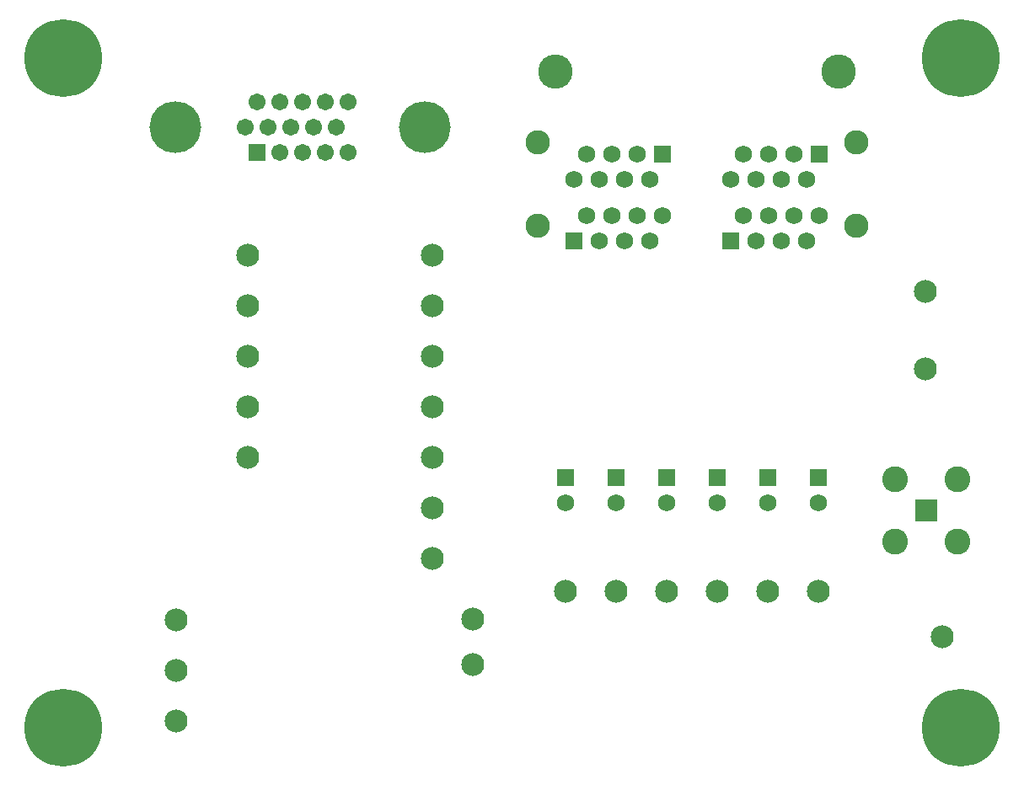
<source format=gbs>
G04*
G04 #@! TF.GenerationSoftware,Altium Limited,Altium Designer,19.1.8 (144)*
G04*
G04 Layer_Color=16711935*
%FSLAX25Y25*%
%MOIN*%
G70*
G01*
G75*
%ADD20C,0.09068*%
%ADD21C,0.13595*%
%ADD22C,0.09658*%
%ADD23C,0.06800*%
%ADD24R,0.06800X0.06800*%
%ADD25C,0.06706*%
%ADD26R,0.06706X0.06706*%
%ADD27C,0.20485*%
%ADD28C,0.03800*%
%ADD29C,0.30800*%
%ADD30R,0.08674X0.08674*%
%ADD31C,0.10249*%
%ADD32R,0.06800X0.06800*%
D20*
X279500Y160500D02*
D03*
X458500Y290000D02*
D03*
X465000Y153500D02*
D03*
X416000Y171500D02*
D03*
X396000D02*
D03*
X376000D02*
D03*
X356000D02*
D03*
X336000D02*
D03*
X316000D02*
D03*
X458500Y259500D02*
D03*
X279500Y142500D02*
D03*
X190500Y224500D02*
D03*
X263500Y184500D02*
D03*
X162000Y160000D02*
D03*
Y140000D02*
D03*
Y120000D02*
D03*
X190500Y244500D02*
D03*
Y264500D02*
D03*
Y284500D02*
D03*
Y304500D02*
D03*
X263500Y204500D02*
D03*
Y224500D02*
D03*
Y244500D02*
D03*
Y264500D02*
D03*
Y284500D02*
D03*
Y304500D02*
D03*
D21*
X312000Y377000D02*
D03*
X424000D02*
D03*
D22*
X431000Y316000D02*
D03*
Y349000D02*
D03*
X305000D02*
D03*
Y316000D02*
D03*
D23*
X329500Y310000D02*
D03*
X339500D02*
D03*
X349500D02*
D03*
X354500Y320000D02*
D03*
X344500D02*
D03*
X334500D02*
D03*
X324500D02*
D03*
Y344500D02*
D03*
X334500D02*
D03*
X344500D02*
D03*
X319500Y334500D02*
D03*
X349500D02*
D03*
X339500D02*
D03*
X329500D02*
D03*
X391500Y310000D02*
D03*
X401500D02*
D03*
X411500D02*
D03*
X416500Y320000D02*
D03*
X406500D02*
D03*
X396500D02*
D03*
X386500D02*
D03*
Y344500D02*
D03*
X396500D02*
D03*
X406500D02*
D03*
X411500Y334500D02*
D03*
X401500D02*
D03*
X381500D02*
D03*
X391500D02*
D03*
X336000Y206500D02*
D03*
X316000D02*
D03*
X376000D02*
D03*
X356000D02*
D03*
X416000D02*
D03*
X396000D02*
D03*
D24*
X319500Y310000D02*
D03*
X354500Y344500D02*
D03*
X381500Y310000D02*
D03*
X416500Y344500D02*
D03*
D25*
X194095Y365000D02*
D03*
X203071D02*
D03*
X212047D02*
D03*
X221024D02*
D03*
X230000D02*
D03*
X203071Y345000D02*
D03*
X212047D02*
D03*
X221024D02*
D03*
X230000D02*
D03*
X225512Y355000D02*
D03*
X216535D02*
D03*
X207559D02*
D03*
X198583D02*
D03*
X189606D02*
D03*
D26*
X194173Y345158D02*
D03*
D27*
X161929Y355000D02*
D03*
X260315D02*
D03*
D28*
X482342Y388405D02*
D03*
X478406Y372657D02*
D03*
X462657Y376594D02*
D03*
X478406Y392342D02*
D03*
X482342Y376594D02*
D03*
X466595Y372657D02*
D03*
Y392342D02*
D03*
X462657Y388405D02*
D03*
X461250Y382500D02*
D03*
X472500Y371250D02*
D03*
X483750Y382500D02*
D03*
X472500Y393750D02*
D03*
X127342Y388405D02*
D03*
X123406Y372657D02*
D03*
X107658Y376594D02*
D03*
X123406Y392342D02*
D03*
X127342Y376594D02*
D03*
X111594Y372657D02*
D03*
Y392342D02*
D03*
X107658Y388405D02*
D03*
X106250Y382500D02*
D03*
X117500Y371250D02*
D03*
X128750Y382500D02*
D03*
X117500Y393750D02*
D03*
X482342Y123406D02*
D03*
X478406Y107658D02*
D03*
X462657Y111594D02*
D03*
X478406Y127342D02*
D03*
X482342Y111594D02*
D03*
X466595Y107658D02*
D03*
Y127342D02*
D03*
X462657Y123406D02*
D03*
X461250Y117500D02*
D03*
X472500Y106250D02*
D03*
X483750Y117500D02*
D03*
X472500Y128750D02*
D03*
X127342Y123406D02*
D03*
X123406Y107658D02*
D03*
X107658Y111594D02*
D03*
X123406Y127342D02*
D03*
X127342Y111594D02*
D03*
X111594Y107658D02*
D03*
Y127342D02*
D03*
X107658Y123406D02*
D03*
X106250Y117500D02*
D03*
X117500Y106250D02*
D03*
X128750Y117500D02*
D03*
X117500Y128750D02*
D03*
D29*
X472500Y382500D02*
D03*
X117500D02*
D03*
X472500Y117500D02*
D03*
X117500D02*
D03*
D30*
X458677Y203323D02*
D03*
D31*
X446354Y215646D02*
D03*
X471000D02*
D03*
Y191000D02*
D03*
X446354D02*
D03*
D32*
X336000Y216500D02*
D03*
X316000D02*
D03*
X376000D02*
D03*
X356000D02*
D03*
X416000D02*
D03*
X396000D02*
D03*
M02*

</source>
